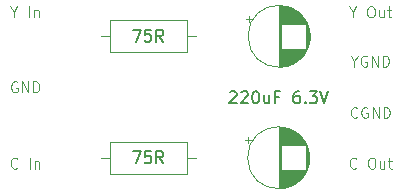
<source format=gbr>
%TF.GenerationSoftware,KiCad,Pcbnew,7.0.7*%
%TF.CreationDate,2023-08-19T03:36:19-07:00*%
%TF.ProjectId,genesis_m2_svideo_simple_standard,67656e65-7369-4735-9f6d-325f73766964,rev?*%
%TF.SameCoordinates,Original*%
%TF.FileFunction,Legend,Top*%
%TF.FilePolarity,Positive*%
%FSLAX46Y46*%
G04 Gerber Fmt 4.6, Leading zero omitted, Abs format (unit mm)*
G04 Created by KiCad (PCBNEW 7.0.7) date 2023-08-19 03:36:19*
%MOMM*%
%LPD*%
G01*
G04 APERTURE LIST*
%ADD10C,0.150000*%
%ADD11C,0.125000*%
%ADD12C,0.120000*%
G04 APERTURE END LIST*
D10*
X91999952Y-73337057D02*
X92047571Y-73289438D01*
X92047571Y-73289438D02*
X92142809Y-73241819D01*
X92142809Y-73241819D02*
X92380904Y-73241819D01*
X92380904Y-73241819D02*
X92476142Y-73289438D01*
X92476142Y-73289438D02*
X92523761Y-73337057D01*
X92523761Y-73337057D02*
X92571380Y-73432295D01*
X92571380Y-73432295D02*
X92571380Y-73527533D01*
X92571380Y-73527533D02*
X92523761Y-73670390D01*
X92523761Y-73670390D02*
X91952333Y-74241819D01*
X91952333Y-74241819D02*
X92571380Y-74241819D01*
X92952333Y-73337057D02*
X92999952Y-73289438D01*
X92999952Y-73289438D02*
X93095190Y-73241819D01*
X93095190Y-73241819D02*
X93333285Y-73241819D01*
X93333285Y-73241819D02*
X93428523Y-73289438D01*
X93428523Y-73289438D02*
X93476142Y-73337057D01*
X93476142Y-73337057D02*
X93523761Y-73432295D01*
X93523761Y-73432295D02*
X93523761Y-73527533D01*
X93523761Y-73527533D02*
X93476142Y-73670390D01*
X93476142Y-73670390D02*
X92904714Y-74241819D01*
X92904714Y-74241819D02*
X93523761Y-74241819D01*
X94142809Y-73241819D02*
X94238047Y-73241819D01*
X94238047Y-73241819D02*
X94333285Y-73289438D01*
X94333285Y-73289438D02*
X94380904Y-73337057D01*
X94380904Y-73337057D02*
X94428523Y-73432295D01*
X94428523Y-73432295D02*
X94476142Y-73622771D01*
X94476142Y-73622771D02*
X94476142Y-73860866D01*
X94476142Y-73860866D02*
X94428523Y-74051342D01*
X94428523Y-74051342D02*
X94380904Y-74146580D01*
X94380904Y-74146580D02*
X94333285Y-74194200D01*
X94333285Y-74194200D02*
X94238047Y-74241819D01*
X94238047Y-74241819D02*
X94142809Y-74241819D01*
X94142809Y-74241819D02*
X94047571Y-74194200D01*
X94047571Y-74194200D02*
X93999952Y-74146580D01*
X93999952Y-74146580D02*
X93952333Y-74051342D01*
X93952333Y-74051342D02*
X93904714Y-73860866D01*
X93904714Y-73860866D02*
X93904714Y-73622771D01*
X93904714Y-73622771D02*
X93952333Y-73432295D01*
X93952333Y-73432295D02*
X93999952Y-73337057D01*
X93999952Y-73337057D02*
X94047571Y-73289438D01*
X94047571Y-73289438D02*
X94142809Y-73241819D01*
X95333285Y-73575152D02*
X95333285Y-74241819D01*
X94904714Y-73575152D02*
X94904714Y-74098961D01*
X94904714Y-74098961D02*
X94952333Y-74194200D01*
X94952333Y-74194200D02*
X95047571Y-74241819D01*
X95047571Y-74241819D02*
X95190428Y-74241819D01*
X95190428Y-74241819D02*
X95285666Y-74194200D01*
X95285666Y-74194200D02*
X95333285Y-74146580D01*
X96142809Y-73718009D02*
X95809476Y-73718009D01*
X95809476Y-74241819D02*
X95809476Y-73241819D01*
X95809476Y-73241819D02*
X96285666Y-73241819D01*
X97857095Y-73241819D02*
X97666619Y-73241819D01*
X97666619Y-73241819D02*
X97571381Y-73289438D01*
X97571381Y-73289438D02*
X97523762Y-73337057D01*
X97523762Y-73337057D02*
X97428524Y-73479914D01*
X97428524Y-73479914D02*
X97380905Y-73670390D01*
X97380905Y-73670390D02*
X97380905Y-74051342D01*
X97380905Y-74051342D02*
X97428524Y-74146580D01*
X97428524Y-74146580D02*
X97476143Y-74194200D01*
X97476143Y-74194200D02*
X97571381Y-74241819D01*
X97571381Y-74241819D02*
X97761857Y-74241819D01*
X97761857Y-74241819D02*
X97857095Y-74194200D01*
X97857095Y-74194200D02*
X97904714Y-74146580D01*
X97904714Y-74146580D02*
X97952333Y-74051342D01*
X97952333Y-74051342D02*
X97952333Y-73813247D01*
X97952333Y-73813247D02*
X97904714Y-73718009D01*
X97904714Y-73718009D02*
X97857095Y-73670390D01*
X97857095Y-73670390D02*
X97761857Y-73622771D01*
X97761857Y-73622771D02*
X97571381Y-73622771D01*
X97571381Y-73622771D02*
X97476143Y-73670390D01*
X97476143Y-73670390D02*
X97428524Y-73718009D01*
X97428524Y-73718009D02*
X97380905Y-73813247D01*
X98380905Y-74146580D02*
X98428524Y-74194200D01*
X98428524Y-74194200D02*
X98380905Y-74241819D01*
X98380905Y-74241819D02*
X98333286Y-74194200D01*
X98333286Y-74194200D02*
X98380905Y-74146580D01*
X98380905Y-74146580D02*
X98380905Y-74241819D01*
X98761857Y-73241819D02*
X99380904Y-73241819D01*
X99380904Y-73241819D02*
X99047571Y-73622771D01*
X99047571Y-73622771D02*
X99190428Y-73622771D01*
X99190428Y-73622771D02*
X99285666Y-73670390D01*
X99285666Y-73670390D02*
X99333285Y-73718009D01*
X99333285Y-73718009D02*
X99380904Y-73813247D01*
X99380904Y-73813247D02*
X99380904Y-74051342D01*
X99380904Y-74051342D02*
X99333285Y-74146580D01*
X99333285Y-74146580D02*
X99285666Y-74194200D01*
X99285666Y-74194200D02*
X99190428Y-74241819D01*
X99190428Y-74241819D02*
X98904714Y-74241819D01*
X98904714Y-74241819D02*
X98809476Y-74194200D01*
X98809476Y-74194200D02*
X98761857Y-74146580D01*
X99666619Y-73241819D02*
X99999952Y-74241819D01*
X99999952Y-74241819D02*
X100333285Y-73241819D01*
D11*
X73990286Y-72450714D02*
X73904572Y-72407857D01*
X73904572Y-72407857D02*
X73776000Y-72407857D01*
X73776000Y-72407857D02*
X73647429Y-72450714D01*
X73647429Y-72450714D02*
X73561714Y-72536428D01*
X73561714Y-72536428D02*
X73518857Y-72622142D01*
X73518857Y-72622142D02*
X73476000Y-72793571D01*
X73476000Y-72793571D02*
X73476000Y-72922142D01*
X73476000Y-72922142D02*
X73518857Y-73093571D01*
X73518857Y-73093571D02*
X73561714Y-73179285D01*
X73561714Y-73179285D02*
X73647429Y-73265000D01*
X73647429Y-73265000D02*
X73776000Y-73307857D01*
X73776000Y-73307857D02*
X73861714Y-73307857D01*
X73861714Y-73307857D02*
X73990286Y-73265000D01*
X73990286Y-73265000D02*
X74033143Y-73222142D01*
X74033143Y-73222142D02*
X74033143Y-72922142D01*
X74033143Y-72922142D02*
X73861714Y-72922142D01*
X74418857Y-73307857D02*
X74418857Y-72407857D01*
X74418857Y-72407857D02*
X74933143Y-73307857D01*
X74933143Y-73307857D02*
X74933143Y-72407857D01*
X75361714Y-73307857D02*
X75361714Y-72407857D01*
X75361714Y-72407857D02*
X75576000Y-72407857D01*
X75576000Y-72407857D02*
X75704571Y-72450714D01*
X75704571Y-72450714D02*
X75790286Y-72536428D01*
X75790286Y-72536428D02*
X75833143Y-72622142D01*
X75833143Y-72622142D02*
X75876000Y-72793571D01*
X75876000Y-72793571D02*
X75876000Y-72922142D01*
X75876000Y-72922142D02*
X75833143Y-73093571D01*
X75833143Y-73093571D02*
X75790286Y-73179285D01*
X75790286Y-73179285D02*
X75704571Y-73265000D01*
X75704571Y-73265000D02*
X75576000Y-73307857D01*
X75576000Y-73307857D02*
X75361714Y-73307857D01*
X102686000Y-79699142D02*
X102643143Y-79742000D01*
X102643143Y-79742000D02*
X102514571Y-79784857D01*
X102514571Y-79784857D02*
X102428857Y-79784857D01*
X102428857Y-79784857D02*
X102300286Y-79742000D01*
X102300286Y-79742000D02*
X102214571Y-79656285D01*
X102214571Y-79656285D02*
X102171714Y-79570571D01*
X102171714Y-79570571D02*
X102128857Y-79399142D01*
X102128857Y-79399142D02*
X102128857Y-79270571D01*
X102128857Y-79270571D02*
X102171714Y-79099142D01*
X102171714Y-79099142D02*
X102214571Y-79013428D01*
X102214571Y-79013428D02*
X102300286Y-78927714D01*
X102300286Y-78927714D02*
X102428857Y-78884857D01*
X102428857Y-78884857D02*
X102514571Y-78884857D01*
X102514571Y-78884857D02*
X102643143Y-78927714D01*
X102643143Y-78927714D02*
X102686000Y-78970571D01*
X103928857Y-78884857D02*
X104100285Y-78884857D01*
X104100285Y-78884857D02*
X104186000Y-78927714D01*
X104186000Y-78927714D02*
X104271714Y-79013428D01*
X104271714Y-79013428D02*
X104314571Y-79184857D01*
X104314571Y-79184857D02*
X104314571Y-79484857D01*
X104314571Y-79484857D02*
X104271714Y-79656285D01*
X104271714Y-79656285D02*
X104186000Y-79742000D01*
X104186000Y-79742000D02*
X104100285Y-79784857D01*
X104100285Y-79784857D02*
X103928857Y-79784857D01*
X103928857Y-79784857D02*
X103843143Y-79742000D01*
X103843143Y-79742000D02*
X103757428Y-79656285D01*
X103757428Y-79656285D02*
X103714571Y-79484857D01*
X103714571Y-79484857D02*
X103714571Y-79184857D01*
X103714571Y-79184857D02*
X103757428Y-79013428D01*
X103757428Y-79013428D02*
X103843143Y-78927714D01*
X103843143Y-78927714D02*
X103928857Y-78884857D01*
X105086000Y-79184857D02*
X105086000Y-79784857D01*
X104700285Y-79184857D02*
X104700285Y-79656285D01*
X104700285Y-79656285D02*
X104743142Y-79742000D01*
X104743142Y-79742000D02*
X104828857Y-79784857D01*
X104828857Y-79784857D02*
X104957428Y-79784857D01*
X104957428Y-79784857D02*
X105043142Y-79742000D01*
X105043142Y-79742000D02*
X105086000Y-79699142D01*
X105386000Y-79184857D02*
X105728857Y-79184857D01*
X105514571Y-78884857D02*
X105514571Y-79656285D01*
X105514571Y-79656285D02*
X105557428Y-79742000D01*
X105557428Y-79742000D02*
X105643143Y-79784857D01*
X105643143Y-79784857D02*
X105728857Y-79784857D01*
X102407428Y-66529285D02*
X102407428Y-66957857D01*
X102107428Y-66057857D02*
X102407428Y-66529285D01*
X102407428Y-66529285D02*
X102707428Y-66057857D01*
X103864571Y-66057857D02*
X104035999Y-66057857D01*
X104035999Y-66057857D02*
X104121714Y-66100714D01*
X104121714Y-66100714D02*
X104207428Y-66186428D01*
X104207428Y-66186428D02*
X104250285Y-66357857D01*
X104250285Y-66357857D02*
X104250285Y-66657857D01*
X104250285Y-66657857D02*
X104207428Y-66829285D01*
X104207428Y-66829285D02*
X104121714Y-66915000D01*
X104121714Y-66915000D02*
X104035999Y-66957857D01*
X104035999Y-66957857D02*
X103864571Y-66957857D01*
X103864571Y-66957857D02*
X103778857Y-66915000D01*
X103778857Y-66915000D02*
X103693142Y-66829285D01*
X103693142Y-66829285D02*
X103650285Y-66657857D01*
X103650285Y-66657857D02*
X103650285Y-66357857D01*
X103650285Y-66357857D02*
X103693142Y-66186428D01*
X103693142Y-66186428D02*
X103778857Y-66100714D01*
X103778857Y-66100714D02*
X103864571Y-66057857D01*
X105021714Y-66357857D02*
X105021714Y-66957857D01*
X104635999Y-66357857D02*
X104635999Y-66829285D01*
X104635999Y-66829285D02*
X104678856Y-66915000D01*
X104678856Y-66915000D02*
X104764571Y-66957857D01*
X104764571Y-66957857D02*
X104893142Y-66957857D01*
X104893142Y-66957857D02*
X104978856Y-66915000D01*
X104978856Y-66915000D02*
X105021714Y-66872142D01*
X105321714Y-66357857D02*
X105664571Y-66357857D01*
X105450285Y-66057857D02*
X105450285Y-66829285D01*
X105450285Y-66829285D02*
X105493142Y-66915000D01*
X105493142Y-66915000D02*
X105578857Y-66957857D01*
X105578857Y-66957857D02*
X105664571Y-66957857D01*
X102793143Y-75406542D02*
X102750286Y-75449400D01*
X102750286Y-75449400D02*
X102621714Y-75492257D01*
X102621714Y-75492257D02*
X102536000Y-75492257D01*
X102536000Y-75492257D02*
X102407429Y-75449400D01*
X102407429Y-75449400D02*
X102321714Y-75363685D01*
X102321714Y-75363685D02*
X102278857Y-75277971D01*
X102278857Y-75277971D02*
X102236000Y-75106542D01*
X102236000Y-75106542D02*
X102236000Y-74977971D01*
X102236000Y-74977971D02*
X102278857Y-74806542D01*
X102278857Y-74806542D02*
X102321714Y-74720828D01*
X102321714Y-74720828D02*
X102407429Y-74635114D01*
X102407429Y-74635114D02*
X102536000Y-74592257D01*
X102536000Y-74592257D02*
X102621714Y-74592257D01*
X102621714Y-74592257D02*
X102750286Y-74635114D01*
X102750286Y-74635114D02*
X102793143Y-74677971D01*
X103650286Y-74635114D02*
X103564572Y-74592257D01*
X103564572Y-74592257D02*
X103436000Y-74592257D01*
X103436000Y-74592257D02*
X103307429Y-74635114D01*
X103307429Y-74635114D02*
X103221714Y-74720828D01*
X103221714Y-74720828D02*
X103178857Y-74806542D01*
X103178857Y-74806542D02*
X103136000Y-74977971D01*
X103136000Y-74977971D02*
X103136000Y-75106542D01*
X103136000Y-75106542D02*
X103178857Y-75277971D01*
X103178857Y-75277971D02*
X103221714Y-75363685D01*
X103221714Y-75363685D02*
X103307429Y-75449400D01*
X103307429Y-75449400D02*
X103436000Y-75492257D01*
X103436000Y-75492257D02*
X103521714Y-75492257D01*
X103521714Y-75492257D02*
X103650286Y-75449400D01*
X103650286Y-75449400D02*
X103693143Y-75406542D01*
X103693143Y-75406542D02*
X103693143Y-75106542D01*
X103693143Y-75106542D02*
X103521714Y-75106542D01*
X104078857Y-75492257D02*
X104078857Y-74592257D01*
X104078857Y-74592257D02*
X104593143Y-75492257D01*
X104593143Y-75492257D02*
X104593143Y-74592257D01*
X105021714Y-75492257D02*
X105021714Y-74592257D01*
X105021714Y-74592257D02*
X105236000Y-74592257D01*
X105236000Y-74592257D02*
X105364571Y-74635114D01*
X105364571Y-74635114D02*
X105450286Y-74720828D01*
X105450286Y-74720828D02*
X105493143Y-74806542D01*
X105493143Y-74806542D02*
X105536000Y-74977971D01*
X105536000Y-74977971D02*
X105536000Y-75106542D01*
X105536000Y-75106542D02*
X105493143Y-75277971D01*
X105493143Y-75277971D02*
X105450286Y-75363685D01*
X105450286Y-75363685D02*
X105364571Y-75449400D01*
X105364571Y-75449400D02*
X105236000Y-75492257D01*
X105236000Y-75492257D02*
X105021714Y-75492257D01*
D10*
X83780476Y-78321819D02*
X84447142Y-78321819D01*
X84447142Y-78321819D02*
X84018571Y-79321819D01*
X85304285Y-78321819D02*
X84828095Y-78321819D01*
X84828095Y-78321819D02*
X84780476Y-78798009D01*
X84780476Y-78798009D02*
X84828095Y-78750390D01*
X84828095Y-78750390D02*
X84923333Y-78702771D01*
X84923333Y-78702771D02*
X85161428Y-78702771D01*
X85161428Y-78702771D02*
X85256666Y-78750390D01*
X85256666Y-78750390D02*
X85304285Y-78798009D01*
X85304285Y-78798009D02*
X85351904Y-78893247D01*
X85351904Y-78893247D02*
X85351904Y-79131342D01*
X85351904Y-79131342D02*
X85304285Y-79226580D01*
X85304285Y-79226580D02*
X85256666Y-79274200D01*
X85256666Y-79274200D02*
X85161428Y-79321819D01*
X85161428Y-79321819D02*
X84923333Y-79321819D01*
X84923333Y-79321819D02*
X84828095Y-79274200D01*
X84828095Y-79274200D02*
X84780476Y-79226580D01*
X86351904Y-79321819D02*
X86018571Y-78845628D01*
X85780476Y-79321819D02*
X85780476Y-78321819D01*
X85780476Y-78321819D02*
X86161428Y-78321819D01*
X86161428Y-78321819D02*
X86256666Y-78369438D01*
X86256666Y-78369438D02*
X86304285Y-78417057D01*
X86304285Y-78417057D02*
X86351904Y-78512295D01*
X86351904Y-78512295D02*
X86351904Y-78655152D01*
X86351904Y-78655152D02*
X86304285Y-78750390D01*
X86304285Y-78750390D02*
X86256666Y-78798009D01*
X86256666Y-78798009D02*
X86161428Y-78845628D01*
X86161428Y-78845628D02*
X85780476Y-78845628D01*
D11*
X73711714Y-66529285D02*
X73711714Y-66957857D01*
X73411714Y-66057857D02*
X73711714Y-66529285D01*
X73711714Y-66529285D02*
X74011714Y-66057857D01*
X74997428Y-66957857D02*
X74997428Y-66057857D01*
X75425999Y-66357857D02*
X75425999Y-66957857D01*
X75425999Y-66443571D02*
X75468856Y-66400714D01*
X75468856Y-66400714D02*
X75554571Y-66357857D01*
X75554571Y-66357857D02*
X75683142Y-66357857D01*
X75683142Y-66357857D02*
X75768856Y-66400714D01*
X75768856Y-66400714D02*
X75811714Y-66486428D01*
X75811714Y-66486428D02*
X75811714Y-66957857D01*
D10*
X83780476Y-68034819D02*
X84447142Y-68034819D01*
X84447142Y-68034819D02*
X84018571Y-69034819D01*
X85304285Y-68034819D02*
X84828095Y-68034819D01*
X84828095Y-68034819D02*
X84780476Y-68511009D01*
X84780476Y-68511009D02*
X84828095Y-68463390D01*
X84828095Y-68463390D02*
X84923333Y-68415771D01*
X84923333Y-68415771D02*
X85161428Y-68415771D01*
X85161428Y-68415771D02*
X85256666Y-68463390D01*
X85256666Y-68463390D02*
X85304285Y-68511009D01*
X85304285Y-68511009D02*
X85351904Y-68606247D01*
X85351904Y-68606247D02*
X85351904Y-68844342D01*
X85351904Y-68844342D02*
X85304285Y-68939580D01*
X85304285Y-68939580D02*
X85256666Y-68987200D01*
X85256666Y-68987200D02*
X85161428Y-69034819D01*
X85161428Y-69034819D02*
X84923333Y-69034819D01*
X84923333Y-69034819D02*
X84828095Y-68987200D01*
X84828095Y-68987200D02*
X84780476Y-68939580D01*
X86351904Y-69034819D02*
X86018571Y-68558628D01*
X85780476Y-69034819D02*
X85780476Y-68034819D01*
X85780476Y-68034819D02*
X86161428Y-68034819D01*
X86161428Y-68034819D02*
X86256666Y-68082438D01*
X86256666Y-68082438D02*
X86304285Y-68130057D01*
X86304285Y-68130057D02*
X86351904Y-68225295D01*
X86351904Y-68225295D02*
X86351904Y-68368152D01*
X86351904Y-68368152D02*
X86304285Y-68463390D01*
X86304285Y-68463390D02*
X86256666Y-68511009D01*
X86256666Y-68511009D02*
X86161428Y-68558628D01*
X86161428Y-68558628D02*
X85780476Y-68558628D01*
D11*
X102514571Y-70720285D02*
X102514571Y-71148857D01*
X102214571Y-70248857D02*
X102514571Y-70720285D01*
X102514571Y-70720285D02*
X102814571Y-70248857D01*
X103586000Y-70291714D02*
X103500286Y-70248857D01*
X103500286Y-70248857D02*
X103371714Y-70248857D01*
X103371714Y-70248857D02*
X103243143Y-70291714D01*
X103243143Y-70291714D02*
X103157428Y-70377428D01*
X103157428Y-70377428D02*
X103114571Y-70463142D01*
X103114571Y-70463142D02*
X103071714Y-70634571D01*
X103071714Y-70634571D02*
X103071714Y-70763142D01*
X103071714Y-70763142D02*
X103114571Y-70934571D01*
X103114571Y-70934571D02*
X103157428Y-71020285D01*
X103157428Y-71020285D02*
X103243143Y-71106000D01*
X103243143Y-71106000D02*
X103371714Y-71148857D01*
X103371714Y-71148857D02*
X103457428Y-71148857D01*
X103457428Y-71148857D02*
X103586000Y-71106000D01*
X103586000Y-71106000D02*
X103628857Y-71063142D01*
X103628857Y-71063142D02*
X103628857Y-70763142D01*
X103628857Y-70763142D02*
X103457428Y-70763142D01*
X104014571Y-71148857D02*
X104014571Y-70248857D01*
X104014571Y-70248857D02*
X104528857Y-71148857D01*
X104528857Y-71148857D02*
X104528857Y-70248857D01*
X104957428Y-71148857D02*
X104957428Y-70248857D01*
X104957428Y-70248857D02*
X105171714Y-70248857D01*
X105171714Y-70248857D02*
X105300285Y-70291714D01*
X105300285Y-70291714D02*
X105386000Y-70377428D01*
X105386000Y-70377428D02*
X105428857Y-70463142D01*
X105428857Y-70463142D02*
X105471714Y-70634571D01*
X105471714Y-70634571D02*
X105471714Y-70763142D01*
X105471714Y-70763142D02*
X105428857Y-70934571D01*
X105428857Y-70934571D02*
X105386000Y-71020285D01*
X105386000Y-71020285D02*
X105300285Y-71106000D01*
X105300285Y-71106000D02*
X105171714Y-71148857D01*
X105171714Y-71148857D02*
X104957428Y-71148857D01*
X73990286Y-79699142D02*
X73947429Y-79742000D01*
X73947429Y-79742000D02*
X73818857Y-79784857D01*
X73818857Y-79784857D02*
X73733143Y-79784857D01*
X73733143Y-79784857D02*
X73604572Y-79742000D01*
X73604572Y-79742000D02*
X73518857Y-79656285D01*
X73518857Y-79656285D02*
X73476000Y-79570571D01*
X73476000Y-79570571D02*
X73433143Y-79399142D01*
X73433143Y-79399142D02*
X73433143Y-79270571D01*
X73433143Y-79270571D02*
X73476000Y-79099142D01*
X73476000Y-79099142D02*
X73518857Y-79013428D01*
X73518857Y-79013428D02*
X73604572Y-78927714D01*
X73604572Y-78927714D02*
X73733143Y-78884857D01*
X73733143Y-78884857D02*
X73818857Y-78884857D01*
X73818857Y-78884857D02*
X73947429Y-78927714D01*
X73947429Y-78927714D02*
X73990286Y-78970571D01*
X75061714Y-79784857D02*
X75061714Y-78884857D01*
X75490285Y-79184857D02*
X75490285Y-79784857D01*
X75490285Y-79270571D02*
X75533142Y-79227714D01*
X75533142Y-79227714D02*
X75618857Y-79184857D01*
X75618857Y-79184857D02*
X75747428Y-79184857D01*
X75747428Y-79184857D02*
X75833142Y-79227714D01*
X75833142Y-79227714D02*
X75876000Y-79313428D01*
X75876000Y-79313428D02*
X75876000Y-79784857D01*
D12*
%TO.C,C2*%
X93314225Y-77392000D02*
X93814225Y-77392000D01*
X93564225Y-77142000D02*
X93564225Y-77642000D01*
X96119000Y-76287000D02*
X96119000Y-81447000D01*
X96159000Y-76287000D02*
X96159000Y-81447000D01*
X96199000Y-76288000D02*
X96199000Y-81446000D01*
X96239000Y-76289000D02*
X96239000Y-81445000D01*
X96279000Y-76291000D02*
X96279000Y-81443000D01*
X96319000Y-76294000D02*
X96319000Y-81440000D01*
X96359000Y-76298000D02*
X96359000Y-77827000D01*
X96359000Y-79907000D02*
X96359000Y-81436000D01*
X96399000Y-76302000D02*
X96399000Y-77827000D01*
X96399000Y-79907000D02*
X96399000Y-81432000D01*
X96439000Y-76306000D02*
X96439000Y-77827000D01*
X96439000Y-79907000D02*
X96439000Y-81428000D01*
X96479000Y-76311000D02*
X96479000Y-77827000D01*
X96479000Y-79907000D02*
X96479000Y-81423000D01*
X96519000Y-76317000D02*
X96519000Y-77827000D01*
X96519000Y-79907000D02*
X96519000Y-81417000D01*
X96559000Y-76324000D02*
X96559000Y-77827000D01*
X96559000Y-79907000D02*
X96559000Y-81410000D01*
X96599000Y-76331000D02*
X96599000Y-77827000D01*
X96599000Y-79907000D02*
X96599000Y-81403000D01*
X96639000Y-76339000D02*
X96639000Y-77827000D01*
X96639000Y-79907000D02*
X96639000Y-81395000D01*
X96679000Y-76347000D02*
X96679000Y-77827000D01*
X96679000Y-79907000D02*
X96679000Y-81387000D01*
X96719000Y-76356000D02*
X96719000Y-77827000D01*
X96719000Y-79907000D02*
X96719000Y-81378000D01*
X96759000Y-76366000D02*
X96759000Y-77827000D01*
X96759000Y-79907000D02*
X96759000Y-81368000D01*
X96799000Y-76376000D02*
X96799000Y-77827000D01*
X96799000Y-79907000D02*
X96799000Y-81358000D01*
X96840000Y-76387000D02*
X96840000Y-77827000D01*
X96840000Y-79907000D02*
X96840000Y-81347000D01*
X96880000Y-76399000D02*
X96880000Y-77827000D01*
X96880000Y-79907000D02*
X96880000Y-81335000D01*
X96920000Y-76412000D02*
X96920000Y-77827000D01*
X96920000Y-79907000D02*
X96920000Y-81322000D01*
X96960000Y-76425000D02*
X96960000Y-77827000D01*
X96960000Y-79907000D02*
X96960000Y-81309000D01*
X97000000Y-76439000D02*
X97000000Y-77827000D01*
X97000000Y-79907000D02*
X97000000Y-81295000D01*
X97040000Y-76453000D02*
X97040000Y-77827000D01*
X97040000Y-79907000D02*
X97040000Y-81281000D01*
X97080000Y-76469000D02*
X97080000Y-77827000D01*
X97080000Y-79907000D02*
X97080000Y-81265000D01*
X97120000Y-76485000D02*
X97120000Y-77827000D01*
X97120000Y-79907000D02*
X97120000Y-81249000D01*
X97160000Y-76502000D02*
X97160000Y-77827000D01*
X97160000Y-79907000D02*
X97160000Y-81232000D01*
X97200000Y-76519000D02*
X97200000Y-77827000D01*
X97200000Y-79907000D02*
X97200000Y-81215000D01*
X97240000Y-76538000D02*
X97240000Y-77827000D01*
X97240000Y-79907000D02*
X97240000Y-81196000D01*
X97280000Y-76557000D02*
X97280000Y-77827000D01*
X97280000Y-79907000D02*
X97280000Y-81177000D01*
X97320000Y-76577000D02*
X97320000Y-77827000D01*
X97320000Y-79907000D02*
X97320000Y-81157000D01*
X97360000Y-76599000D02*
X97360000Y-77827000D01*
X97360000Y-79907000D02*
X97360000Y-81135000D01*
X97400000Y-76620000D02*
X97400000Y-77827000D01*
X97400000Y-79907000D02*
X97400000Y-81114000D01*
X97440000Y-76643000D02*
X97440000Y-77827000D01*
X97440000Y-79907000D02*
X97440000Y-81091000D01*
X97480000Y-76667000D02*
X97480000Y-77827000D01*
X97480000Y-79907000D02*
X97480000Y-81067000D01*
X97520000Y-76692000D02*
X97520000Y-77827000D01*
X97520000Y-79907000D02*
X97520000Y-81042000D01*
X97560000Y-76718000D02*
X97560000Y-77827000D01*
X97560000Y-79907000D02*
X97560000Y-81016000D01*
X97600000Y-76745000D02*
X97600000Y-77827000D01*
X97600000Y-79907000D02*
X97600000Y-80989000D01*
X97640000Y-76772000D02*
X97640000Y-77827000D01*
X97640000Y-79907000D02*
X97640000Y-80962000D01*
X97680000Y-76802000D02*
X97680000Y-77827000D01*
X97680000Y-79907000D02*
X97680000Y-80932000D01*
X97720000Y-76832000D02*
X97720000Y-77827000D01*
X97720000Y-79907000D02*
X97720000Y-80902000D01*
X97760000Y-76863000D02*
X97760000Y-77827000D01*
X97760000Y-79907000D02*
X97760000Y-80871000D01*
X97800000Y-76896000D02*
X97800000Y-77827000D01*
X97800000Y-79907000D02*
X97800000Y-80838000D01*
X97840000Y-76930000D02*
X97840000Y-77827000D01*
X97840000Y-79907000D02*
X97840000Y-80804000D01*
X97880000Y-76966000D02*
X97880000Y-77827000D01*
X97880000Y-79907000D02*
X97880000Y-80768000D01*
X97920000Y-77003000D02*
X97920000Y-77827000D01*
X97920000Y-79907000D02*
X97920000Y-80731000D01*
X97960000Y-77041000D02*
X97960000Y-77827000D01*
X97960000Y-79907000D02*
X97960000Y-80693000D01*
X98000000Y-77082000D02*
X98000000Y-77827000D01*
X98000000Y-79907000D02*
X98000000Y-80652000D01*
X98040000Y-77124000D02*
X98040000Y-77827000D01*
X98040000Y-79907000D02*
X98040000Y-80610000D01*
X98080000Y-77168000D02*
X98080000Y-77827000D01*
X98080000Y-79907000D02*
X98080000Y-80566000D01*
X98120000Y-77214000D02*
X98120000Y-77827000D01*
X98120000Y-79907000D02*
X98120000Y-80520000D01*
X98160000Y-77262000D02*
X98160000Y-77827000D01*
X98160000Y-79907000D02*
X98160000Y-80472000D01*
X98200000Y-77313000D02*
X98200000Y-77827000D01*
X98200000Y-79907000D02*
X98200000Y-80421000D01*
X98240000Y-77367000D02*
X98240000Y-77827000D01*
X98240000Y-79907000D02*
X98240000Y-80367000D01*
X98280000Y-77424000D02*
X98280000Y-77827000D01*
X98280000Y-79907000D02*
X98280000Y-80310000D01*
X98320000Y-77484000D02*
X98320000Y-77827000D01*
X98320000Y-79907000D02*
X98320000Y-80250000D01*
X98360000Y-77548000D02*
X98360000Y-77827000D01*
X98360000Y-79907000D02*
X98360000Y-80186000D01*
X98400000Y-77616000D02*
X98400000Y-77827000D01*
X98400000Y-79907000D02*
X98400000Y-80118000D01*
X98440000Y-77689000D02*
X98440000Y-80045000D01*
X98480000Y-77769000D02*
X98480000Y-79965000D01*
X98520000Y-77856000D02*
X98520000Y-79878000D01*
X98560000Y-77952000D02*
X98560000Y-79782000D01*
X98600000Y-78062000D02*
X98600000Y-79672000D01*
X98640000Y-78190000D02*
X98640000Y-79544000D01*
X98680000Y-78349000D02*
X98680000Y-79385000D01*
X98720000Y-78583000D02*
X98720000Y-79151000D01*
X98739000Y-78867000D02*
G75*
G03*
X98739000Y-78867000I-2620000J0D01*
G01*
%TO.C,R2*%
X81050000Y-78867000D02*
X81820000Y-78867000D01*
X81820000Y-77497000D02*
X81820000Y-80237000D01*
X81820000Y-80237000D02*
X88360000Y-80237000D01*
X88360000Y-77497000D02*
X81820000Y-77497000D01*
X88360000Y-80237000D02*
X88360000Y-77497000D01*
X89130000Y-78867000D02*
X88360000Y-78867000D01*
%TO.C,R1*%
X81050000Y-68580000D02*
X81820000Y-68580000D01*
X81820000Y-67210000D02*
X81820000Y-69950000D01*
X81820000Y-69950000D02*
X88360000Y-69950000D01*
X88360000Y-67210000D02*
X81820000Y-67210000D01*
X88360000Y-69950000D02*
X88360000Y-67210000D01*
X89130000Y-68580000D02*
X88360000Y-68580000D01*
%TO.C,C1*%
X93354225Y-67105000D02*
X93854225Y-67105000D01*
X93604225Y-66855000D02*
X93604225Y-67355000D01*
X96159000Y-66000000D02*
X96159000Y-71160000D01*
X96199000Y-66000000D02*
X96199000Y-71160000D01*
X96239000Y-66001000D02*
X96239000Y-71159000D01*
X96279000Y-66002000D02*
X96279000Y-71158000D01*
X96319000Y-66004000D02*
X96319000Y-71156000D01*
X96359000Y-66007000D02*
X96359000Y-71153000D01*
X96399000Y-66011000D02*
X96399000Y-67540000D01*
X96399000Y-69620000D02*
X96399000Y-71149000D01*
X96439000Y-66015000D02*
X96439000Y-67540000D01*
X96439000Y-69620000D02*
X96439000Y-71145000D01*
X96479000Y-66019000D02*
X96479000Y-67540000D01*
X96479000Y-69620000D02*
X96479000Y-71141000D01*
X96519000Y-66024000D02*
X96519000Y-67540000D01*
X96519000Y-69620000D02*
X96519000Y-71136000D01*
X96559000Y-66030000D02*
X96559000Y-67540000D01*
X96559000Y-69620000D02*
X96559000Y-71130000D01*
X96599000Y-66037000D02*
X96599000Y-67540000D01*
X96599000Y-69620000D02*
X96599000Y-71123000D01*
X96639000Y-66044000D02*
X96639000Y-67540000D01*
X96639000Y-69620000D02*
X96639000Y-71116000D01*
X96679000Y-66052000D02*
X96679000Y-67540000D01*
X96679000Y-69620000D02*
X96679000Y-71108000D01*
X96719000Y-66060000D02*
X96719000Y-67540000D01*
X96719000Y-69620000D02*
X96719000Y-71100000D01*
X96759000Y-66069000D02*
X96759000Y-67540000D01*
X96759000Y-69620000D02*
X96759000Y-71091000D01*
X96799000Y-66079000D02*
X96799000Y-67540000D01*
X96799000Y-69620000D02*
X96799000Y-71081000D01*
X96839000Y-66089000D02*
X96839000Y-67540000D01*
X96839000Y-69620000D02*
X96839000Y-71071000D01*
X96880000Y-66100000D02*
X96880000Y-67540000D01*
X96880000Y-69620000D02*
X96880000Y-71060000D01*
X96920000Y-66112000D02*
X96920000Y-67540000D01*
X96920000Y-69620000D02*
X96920000Y-71048000D01*
X96960000Y-66125000D02*
X96960000Y-67540000D01*
X96960000Y-69620000D02*
X96960000Y-71035000D01*
X97000000Y-66138000D02*
X97000000Y-67540000D01*
X97000000Y-69620000D02*
X97000000Y-71022000D01*
X97040000Y-66152000D02*
X97040000Y-67540000D01*
X97040000Y-69620000D02*
X97040000Y-71008000D01*
X97080000Y-66166000D02*
X97080000Y-67540000D01*
X97080000Y-69620000D02*
X97080000Y-70994000D01*
X97120000Y-66182000D02*
X97120000Y-67540000D01*
X97120000Y-69620000D02*
X97120000Y-70978000D01*
X97160000Y-66198000D02*
X97160000Y-67540000D01*
X97160000Y-69620000D02*
X97160000Y-70962000D01*
X97200000Y-66215000D02*
X97200000Y-67540000D01*
X97200000Y-69620000D02*
X97200000Y-70945000D01*
X97240000Y-66232000D02*
X97240000Y-67540000D01*
X97240000Y-69620000D02*
X97240000Y-70928000D01*
X97280000Y-66251000D02*
X97280000Y-67540000D01*
X97280000Y-69620000D02*
X97280000Y-70909000D01*
X97320000Y-66270000D02*
X97320000Y-67540000D01*
X97320000Y-69620000D02*
X97320000Y-70890000D01*
X97360000Y-66290000D02*
X97360000Y-67540000D01*
X97360000Y-69620000D02*
X97360000Y-70870000D01*
X97400000Y-66312000D02*
X97400000Y-67540000D01*
X97400000Y-69620000D02*
X97400000Y-70848000D01*
X97440000Y-66333000D02*
X97440000Y-67540000D01*
X97440000Y-69620000D02*
X97440000Y-70827000D01*
X97480000Y-66356000D02*
X97480000Y-67540000D01*
X97480000Y-69620000D02*
X97480000Y-70804000D01*
X97520000Y-66380000D02*
X97520000Y-67540000D01*
X97520000Y-69620000D02*
X97520000Y-70780000D01*
X97560000Y-66405000D02*
X97560000Y-67540000D01*
X97560000Y-69620000D02*
X97560000Y-70755000D01*
X97600000Y-66431000D02*
X97600000Y-67540000D01*
X97600000Y-69620000D02*
X97600000Y-70729000D01*
X97640000Y-66458000D02*
X97640000Y-67540000D01*
X97640000Y-69620000D02*
X97640000Y-70702000D01*
X97680000Y-66485000D02*
X97680000Y-67540000D01*
X97680000Y-69620000D02*
X97680000Y-70675000D01*
X97720000Y-66515000D02*
X97720000Y-67540000D01*
X97720000Y-69620000D02*
X97720000Y-70645000D01*
X97760000Y-66545000D02*
X97760000Y-67540000D01*
X97760000Y-69620000D02*
X97760000Y-70615000D01*
X97800000Y-66576000D02*
X97800000Y-67540000D01*
X97800000Y-69620000D02*
X97800000Y-70584000D01*
X97840000Y-66609000D02*
X97840000Y-67540000D01*
X97840000Y-69620000D02*
X97840000Y-70551000D01*
X97880000Y-66643000D02*
X97880000Y-67540000D01*
X97880000Y-69620000D02*
X97880000Y-70517000D01*
X97920000Y-66679000D02*
X97920000Y-67540000D01*
X97920000Y-69620000D02*
X97920000Y-70481000D01*
X97960000Y-66716000D02*
X97960000Y-67540000D01*
X97960000Y-69620000D02*
X97960000Y-70444000D01*
X98000000Y-66754000D02*
X98000000Y-67540000D01*
X98000000Y-69620000D02*
X98000000Y-70406000D01*
X98040000Y-66795000D02*
X98040000Y-67540000D01*
X98040000Y-69620000D02*
X98040000Y-70365000D01*
X98080000Y-66837000D02*
X98080000Y-67540000D01*
X98080000Y-69620000D02*
X98080000Y-70323000D01*
X98120000Y-66881000D02*
X98120000Y-67540000D01*
X98120000Y-69620000D02*
X98120000Y-70279000D01*
X98160000Y-66927000D02*
X98160000Y-67540000D01*
X98160000Y-69620000D02*
X98160000Y-70233000D01*
X98200000Y-66975000D02*
X98200000Y-67540000D01*
X98200000Y-69620000D02*
X98200000Y-70185000D01*
X98240000Y-67026000D02*
X98240000Y-67540000D01*
X98240000Y-69620000D02*
X98240000Y-70134000D01*
X98280000Y-67080000D02*
X98280000Y-67540000D01*
X98280000Y-69620000D02*
X98280000Y-70080000D01*
X98320000Y-67137000D02*
X98320000Y-67540000D01*
X98320000Y-69620000D02*
X98320000Y-70023000D01*
X98360000Y-67197000D02*
X98360000Y-67540000D01*
X98360000Y-69620000D02*
X98360000Y-69963000D01*
X98400000Y-67261000D02*
X98400000Y-67540000D01*
X98400000Y-69620000D02*
X98400000Y-69899000D01*
X98440000Y-67329000D02*
X98440000Y-67540000D01*
X98440000Y-69620000D02*
X98440000Y-69831000D01*
X98480000Y-67402000D02*
X98480000Y-69758000D01*
X98520000Y-67482000D02*
X98520000Y-69678000D01*
X98560000Y-67569000D02*
X98560000Y-69591000D01*
X98600000Y-67665000D02*
X98600000Y-69495000D01*
X98640000Y-67775000D02*
X98640000Y-69385000D01*
X98680000Y-67903000D02*
X98680000Y-69257000D01*
X98720000Y-68062000D02*
X98720000Y-69098000D01*
X98760000Y-68296000D02*
X98760000Y-68864000D01*
X98779000Y-68580000D02*
G75*
G03*
X98779000Y-68580000I-2620000J0D01*
G01*
%TD*%
M02*

</source>
